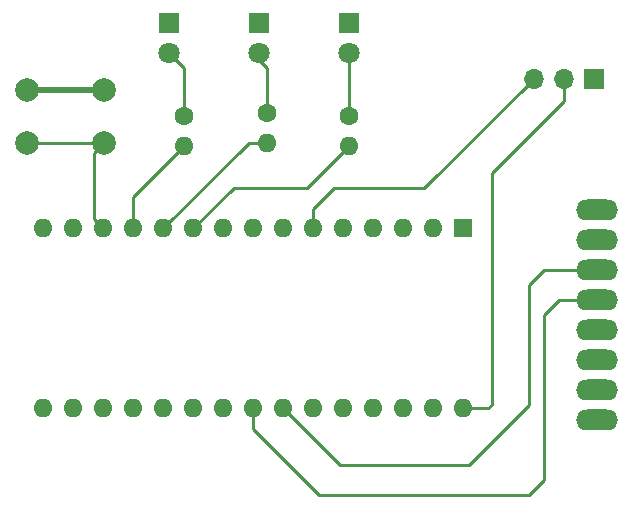
<source format=gbr>
%TF.GenerationSoftware,KiCad,Pcbnew,7.0.6*%
%TF.CreationDate,2024-03-12T08:30:33-05:00*%
%TF.ProjectId,test,74657374-2e6b-4696-9361-645f70636258,rev?*%
%TF.SameCoordinates,Original*%
%TF.FileFunction,Copper,L1,Top*%
%TF.FilePolarity,Positive*%
%FSLAX46Y46*%
G04 Gerber Fmt 4.6, Leading zero omitted, Abs format (unit mm)*
G04 Created by KiCad (PCBNEW 7.0.6) date 2024-03-12 08:30:33*
%MOMM*%
%LPD*%
G01*
G04 APERTURE LIST*
%TA.AperFunction,ComponentPad*%
%ADD10C,1.600000*%
%TD*%
%TA.AperFunction,ComponentPad*%
%ADD11O,1.600000X1.600000*%
%TD*%
%TA.AperFunction,ComponentPad*%
%ADD12R,1.800000X1.800000*%
%TD*%
%TA.AperFunction,ComponentPad*%
%ADD13C,1.800000*%
%TD*%
%TA.AperFunction,ComponentPad*%
%ADD14R,1.600000X1.600000*%
%TD*%
%TA.AperFunction,ComponentPad*%
%ADD15O,3.556000X1.778000*%
%TD*%
%TA.AperFunction,ComponentPad*%
%ADD16C,2.000000*%
%TD*%
%TA.AperFunction,ComponentPad*%
%ADD17R,1.700000X1.700000*%
%TD*%
%TA.AperFunction,ComponentPad*%
%ADD18O,1.700000X1.700000*%
%TD*%
%TA.AperFunction,Conductor*%
%ADD19C,0.250000*%
%TD*%
%TA.AperFunction,Conductor*%
%ADD20C,0.500000*%
%TD*%
G04 APERTURE END LIST*
D10*
%TO.P,R3,1*%
%TO.N,Net-(D3-A)*%
X131445000Y-79600000D03*
D11*
%TO.P,R3,2*%
%TO.N,Net-(A1-D9)*%
X131445000Y-82140000D03*
%TD*%
D10*
%TO.P,R2,1*%
%TO.N,Net-(D2-A)*%
X138430000Y-79375000D03*
D11*
%TO.P,R2,2*%
%TO.N,Net-(A1-D8)*%
X138430000Y-81915000D03*
%TD*%
D10*
%TO.P,R1,1*%
%TO.N,Net-(D1-A)*%
X145415000Y-79600000D03*
D11*
%TO.P,R1,2*%
%TO.N,Net-(A1-D7)*%
X145415000Y-82140000D03*
%TD*%
D12*
%TO.P,D1,1,K*%
%TO.N,GND*%
X145415000Y-71755000D03*
D13*
%TO.P,D1,2,A*%
%TO.N,Net-(D1-A)*%
X145415000Y-74295000D03*
%TD*%
D11*
%TO.P,A1,30,VIN*%
%TO.N,Net-(A1-VIN)*%
X155046000Y-104399000D03*
%TO.P,A1,29,GND*%
%TO.N,GND*%
X152506000Y-104399000D03*
%TO.P,A1,28,~{RESET}*%
%TO.N,unconnected-(A1-~{RESET}-Pad28)*%
X149966000Y-104399000D03*
%TO.P,A1,27,+5V*%
%TO.N,+5V*%
X147426000Y-104399000D03*
%TO.P,A1,26,A7*%
%TO.N,unconnected-(A1-A7-Pad26)*%
X144886000Y-104399000D03*
%TO.P,A1,25,A6*%
%TO.N,unconnected-(A1-A6-Pad25)*%
X142346000Y-104399000D03*
%TO.P,A1,24,A5*%
%TO.N,Net-(A1-A5)*%
X139806000Y-104399000D03*
%TO.P,A1,23,A4*%
%TO.N,Net-(A1-A4)*%
X137266000Y-104399000D03*
%TO.P,A1,22,A3*%
%TO.N,unconnected-(A1-A3-Pad22)*%
X134726000Y-104399000D03*
%TO.P,A1,21,A2*%
%TO.N,unconnected-(A1-A2-Pad21)*%
X132186000Y-104399000D03*
%TO.P,A1,20,A1*%
%TO.N,unconnected-(A1-A1-Pad20)*%
X129646000Y-104399000D03*
%TO.P,A1,19,A0*%
%TO.N,unconnected-(A1-A0-Pad19)*%
X127106000Y-104399000D03*
%TO.P,A1,18,AREF*%
%TO.N,unconnected-(A1-AREF-Pad18)*%
X124566000Y-104399000D03*
%TO.P,A1,17,3V3*%
%TO.N,unconnected-(A1-3V3-Pad17)*%
X122026000Y-104399000D03*
%TO.P,A1,16,D13*%
%TO.N,unconnected-(A1-D13-Pad16)*%
X119486000Y-104399000D03*
%TO.P,A1,15,D12*%
%TO.N,unconnected-(A1-D12-Pad15)*%
X119486000Y-89159000D03*
%TO.P,A1,14,D11*%
%TO.N,unconnected-(A1-D11-Pad14)*%
X122026000Y-89159000D03*
%TO.P,A1,13,D10*%
%TO.N,Net-(A1-D10)*%
X124566000Y-89159000D03*
%TO.P,A1,12,D9*%
%TO.N,Net-(A1-D9)*%
X127106000Y-89159000D03*
%TO.P,A1,11,D8*%
%TO.N,Net-(A1-D8)*%
X129646000Y-89159000D03*
%TO.P,A1,10,D7*%
%TO.N,Net-(A1-D7)*%
X132186000Y-89159000D03*
%TO.P,A1,9,D6*%
%TO.N,unconnected-(A1-D6-Pad9)*%
X134726000Y-89159000D03*
%TO.P,A1,8,D5*%
%TO.N,unconnected-(A1-D5-Pad8)*%
X137266000Y-89159000D03*
%TO.P,A1,7,D4*%
%TO.N,unconnected-(A1-D4-Pad7)*%
X139806000Y-89159000D03*
%TO.P,A1,6,D3*%
%TO.N,Net-(A1-D3)*%
X142346000Y-89159000D03*
%TO.P,A1,5,D2*%
%TO.N,unconnected-(A1-D2-Pad5)*%
X144886000Y-89159000D03*
%TO.P,A1,4,GND*%
%TO.N,GND*%
X147426000Y-89159000D03*
%TO.P,A1,3,~{RESET}*%
%TO.N,unconnected-(A1-~{RESET}-Pad3)*%
X149966000Y-89159000D03*
%TO.P,A1,2,D0/RX*%
%TO.N,unconnected-(A1-D0{slash}RX-Pad2)*%
X152506000Y-89159000D03*
D14*
%TO.P,A1,1,D1/TX*%
%TO.N,unconnected-(A1-D1{slash}TX-Pad1)*%
X155046000Y-89159000D03*
%TD*%
D15*
%TO.P,U1,ADO,ADO*%
%TO.N,unconnected-(U1-PadADO)*%
X166370000Y-102870000D03*
%TO.P,U1,GND,GND*%
%TO.N,GND*%
X166370000Y-90170000D03*
%TO.P,U1,INT,INT*%
%TO.N,unconnected-(U1-PadINT)*%
X166370000Y-105410000D03*
%TO.P,U1,SCL,SCL*%
%TO.N,Net-(A1-A5)*%
X166370000Y-92710000D03*
%TO.P,U1,SDA,SDA*%
%TO.N,Net-(A1-A4)*%
X166370000Y-95250000D03*
%TO.P,U1,VCC,VCC*%
%TO.N,+5V*%
X166370000Y-87630000D03*
%TO.P,U1,XCL,XCL*%
%TO.N,unconnected-(U1-PadXCL)*%
X166370000Y-100330000D03*
%TO.P,U1,XDA,XDA*%
%TO.N,unconnected-(U1-PadXDA)*%
X166370000Y-97790000D03*
%TD*%
D16*
%TO.P,SW1,1,1*%
%TO.N,GND*%
X118110000Y-77415000D03*
X124610000Y-77415000D03*
%TO.P,SW1,2,2*%
%TO.N,Net-(A1-D10)*%
X118110000Y-81915000D03*
X124610000Y-81915000D03*
%TD*%
D12*
%TO.P,D2,1,K*%
%TO.N,GND*%
X137795000Y-71755000D03*
D13*
%TO.P,D2,2,A*%
%TO.N,Net-(D2-A)*%
X137795000Y-74295000D03*
%TD*%
D12*
%TO.P,D3,1,K*%
%TO.N,GND*%
X130175000Y-71755000D03*
D13*
%TO.P,D3,2,A*%
%TO.N,Net-(D3-A)*%
X130175000Y-74295000D03*
%TD*%
D17*
%TO.P,J1,1,Pin_1*%
%TO.N,GND*%
X166098000Y-76472000D03*
D18*
%TO.P,J1,2,Pin_2*%
%TO.N,Net-(A1-VIN)*%
X163558000Y-76472000D03*
%TO.P,J1,3,Pin_3*%
%TO.N,Net-(A1-D3)*%
X161018000Y-76472000D03*
%TD*%
D19*
%TO.N,Net-(A1-A4)*%
X161925000Y-110490000D02*
X161925000Y-96520000D01*
X161925000Y-96520000D02*
X163195000Y-95250000D01*
X163195000Y-95250000D02*
X166370000Y-95250000D01*
X137266000Y-106151000D02*
X142875000Y-111760000D01*
X137266000Y-104399000D02*
X137266000Y-106151000D01*
X142875000Y-111760000D02*
X160655000Y-111760000D01*
X160655000Y-111760000D02*
X161925000Y-110490000D01*
%TO.N,Net-(A1-A5)*%
X160655000Y-104140000D02*
X155575000Y-109220000D01*
X160655000Y-93980000D02*
X160655000Y-104140000D01*
X155575000Y-109220000D02*
X144627000Y-109220000D01*
X166370000Y-92710000D02*
X161925000Y-92710000D01*
X161925000Y-92710000D02*
X160655000Y-93980000D01*
X144627000Y-109220000D02*
X139806000Y-104399000D01*
%TO.N,Net-(A1-VIN)*%
X157480000Y-104081500D02*
X157162500Y-104399000D01*
X157162500Y-104399000D02*
X155046000Y-104399000D01*
X157480000Y-84455000D02*
X157480000Y-104081500D01*
X163558000Y-78377000D02*
X157480000Y-84455000D01*
X163558000Y-76472000D02*
X163558000Y-78377000D01*
%TO.N,Net-(A1-D3)*%
X144145000Y-85725000D02*
X142346000Y-87524000D01*
X151765000Y-85725000D02*
X144145000Y-85725000D01*
X142346000Y-87524000D02*
X142346000Y-89159000D01*
X161018000Y-76472000D02*
X151765000Y-85725000D01*
%TO.N,Net-(D1-A)*%
X145415000Y-79600000D02*
X145415000Y-74925000D01*
%TO.N,Net-(D2-A)*%
X138430000Y-75560000D02*
X137795000Y-74925000D01*
X138430000Y-79375000D02*
X138430000Y-75560000D01*
%TO.N,Net-(D3-A)*%
X131445000Y-75565000D02*
X130175000Y-74295000D01*
X131445000Y-79600000D02*
X131445000Y-75565000D01*
%TO.N,Net-(A1-D7)*%
X135620000Y-85725000D02*
X132186000Y-89159000D01*
X141830000Y-85725000D02*
X135620000Y-85725000D01*
X145415000Y-82140000D02*
X141830000Y-85725000D01*
%TO.N,Net-(A1-D8)*%
X138430000Y-81915000D02*
X136890000Y-81915000D01*
X136890000Y-81915000D02*
X129646000Y-89159000D01*
%TO.N,Net-(A1-D9)*%
X127106000Y-86479000D02*
X131445000Y-82140000D01*
X127106000Y-89159000D02*
X127106000Y-86479000D01*
D20*
%TO.N,GND*%
X118110000Y-77415000D02*
X124610000Y-77415000D01*
D19*
%TO.N,Net-(A1-D10)*%
X118110000Y-81915000D02*
X124610000Y-81915000D01*
X123766001Y-82758999D02*
X124610000Y-81915000D01*
X123766001Y-88359001D02*
X123766001Y-82758999D01*
X124566000Y-89159000D02*
X123766001Y-88359001D01*
%TD*%
M02*

</source>
